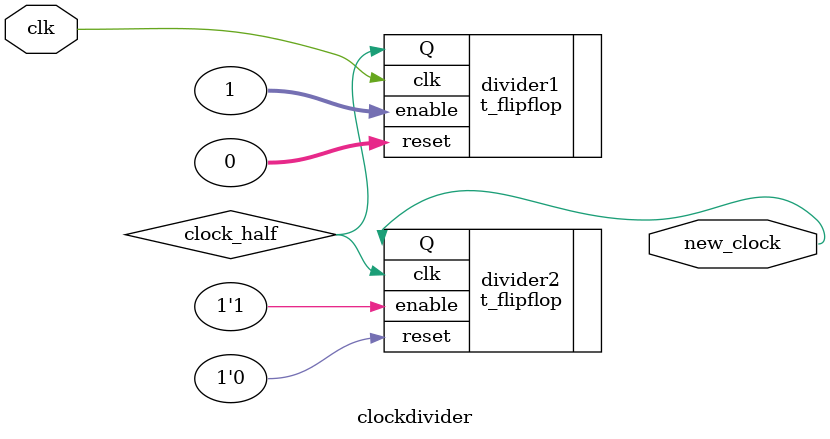
<source format=v>
`timescale 1ns / 1ps


module clockdivider(input clk, output new_clock
    );
    
    wire clock_half;
    
    t_flipflop divider1(.clk(clk), .reset(0), .enable(1), .Q(clock_half));
    t_flipflop divider2(.clk(clock_half), .reset(1'b0), .enable(1'b1), .Q(new_clock));
    
endmodule

</source>
